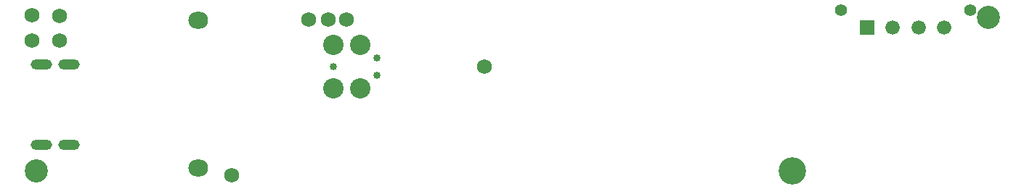
<source format=gbr>
%FSTAX23Y23*%
%MOIN*%
%SFA1B1*%

%IPPOS*%
%AMD83*
4,1,8,0.049300,0.000000,0.049300,0.000000,0.025600,0.023700,-0.025600,0.023700,-0.049300,0.000000,-0.049300,0.000000,-0.025600,-0.023700,0.025600,-0.023700,0.049300,0.000000,0.0*
1,1,0.047370,0.025600,0.000000*
1,1,0.047370,0.025600,0.000000*
1,1,0.047370,-0.025600,0.000000*
1,1,0.047370,-0.025600,0.000000*
%
%ADD71C,0.093504*%
%ADD72C,0.033465*%
%ADD73O,0.090551X0.078740*%
G04~CAMADD=83~8~0.0~0.0~473.7~985.5~236.8~0.0~15~0.0~0.0~0.0~0.0~0~0.0~0.0~0.0~0.0~0~0.0~0.0~0.0~270.0~986.0~474.0*
%ADD83D83*%
%ADD84C,0.065843*%
%ADD85C,0.056000*%
%ADD86R,0.065843X0.065843*%
%ADD87C,0.106425*%
%ADD88C,0.068000*%
%ADD89C,0.068000*%
%ADD90C,0.126110*%
%LNpcb_soldermask_bot-1*%
%LPD*%
G54D71*
X0184Y00858D03*
X01965D03*
Y01058D03*
X0184D03*
G54D72*
X0184Y00958D03*
X0204Y00998D03*
Y00918D03*
G54D73*
X01222Y0117D03*
Y00489D03*
G54D83*
X00626Y00965D03*
X00502D03*
X00626Y00598D03*
X00502D03*
G54D84*
X04645Y01138D03*
X04527D03*
X04409D03*
G54D85*
X04763Y01215D03*
X04172D03*
G54D86*
X0429Y01138D03*
G54D87*
X00476Y00476D03*
X04846Y01183D03*
G54D88*
X01375Y00458D03*
G54D89*
X00458Y01077D03*
Y01193D03*
X00584Y01191D03*
X02534Y00957D03*
X00584Y01077D03*
X019Y01172D03*
X01817D03*
X01729D03*
G54D90*
X03947Y00477D03*
M02*
</source>
